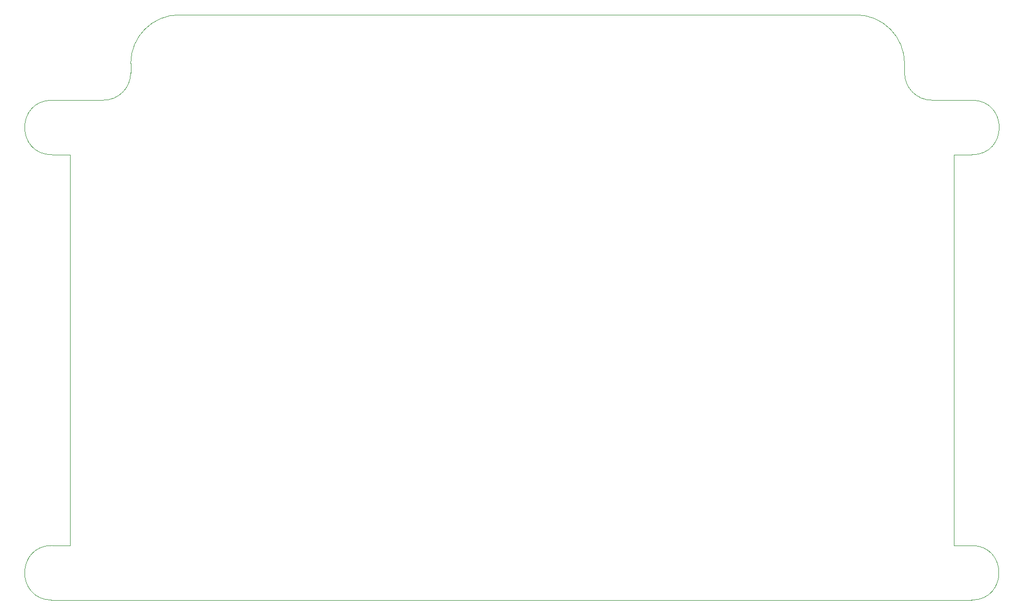
<source format=gbr>
%TF.GenerationSoftware,KiCad,Pcbnew,8.0.7*%
%TF.CreationDate,2024-12-10T19:07:15+08:00*%
%TF.ProjectId,RangkaianOpAmp,52616e67-6b61-4696-916e-4f70416d702e,rev?*%
%TF.SameCoordinates,Original*%
%TF.FileFunction,Profile,NP*%
%FSLAX46Y46*%
G04 Gerber Fmt 4.6, Leading zero omitted, Abs format (unit mm)*
G04 Created by KiCad (PCBNEW 8.0.7) date 2024-12-10 19:07:15*
%MOMM*%
%LPD*%
G01*
G04 APERTURE LIST*
%TA.AperFunction,Profile*%
%ADD10C,0.100000*%
%TD*%
G04 APERTURE END LIST*
D10*
X238353600Y-126948059D02*
X235353600Y-126948059D01*
X238302800Y-62180341D02*
X235302800Y-62180341D01*
X86029800Y-62179200D02*
X89029800Y-62179200D01*
X86029800Y-126948059D02*
X89029800Y-126948059D01*
X94538800Y-53136800D02*
X86029800Y-53136800D01*
X219100400Y-38989000D02*
X107111800Y-38989000D01*
X238404400Y-53136800D02*
X231673400Y-53136800D01*
X219100400Y-38989000D02*
G75*
G02*
X227152200Y-47040800I0J-8051800D01*
G01*
X231673400Y-53136800D02*
G75*
G02*
X227152200Y-48615600I0J4521200D01*
G01*
X227152200Y-47040800D02*
X227152200Y-48615600D01*
X99060000Y-47040800D02*
X99060000Y-48615600D01*
X99060000Y-48615600D02*
G75*
G02*
X94538800Y-53136800I-4521200J0D01*
G01*
X99060000Y-47040800D02*
G75*
G02*
X107111800Y-38989000I8051800J0D01*
G01*
X89029800Y-126948059D02*
X89029800Y-62179200D01*
X85928200Y-135991600D02*
X238252000Y-135991600D01*
X235353600Y-126948059D02*
X235302800Y-62180341D01*
X85928200Y-135991600D02*
G75*
G02*
X86029800Y-126948059I101600J4521200D01*
G01*
X238353600Y-126948059D02*
G75*
G02*
X238252000Y-135991600I-101600J-4521200D01*
G01*
X238404400Y-53136800D02*
G75*
G02*
X238302800Y-62180341I-101600J-4521200D01*
G01*
X86029800Y-62179200D02*
G75*
G02*
X86029800Y-53136800I0J4521200D01*
G01*
M02*

</source>
